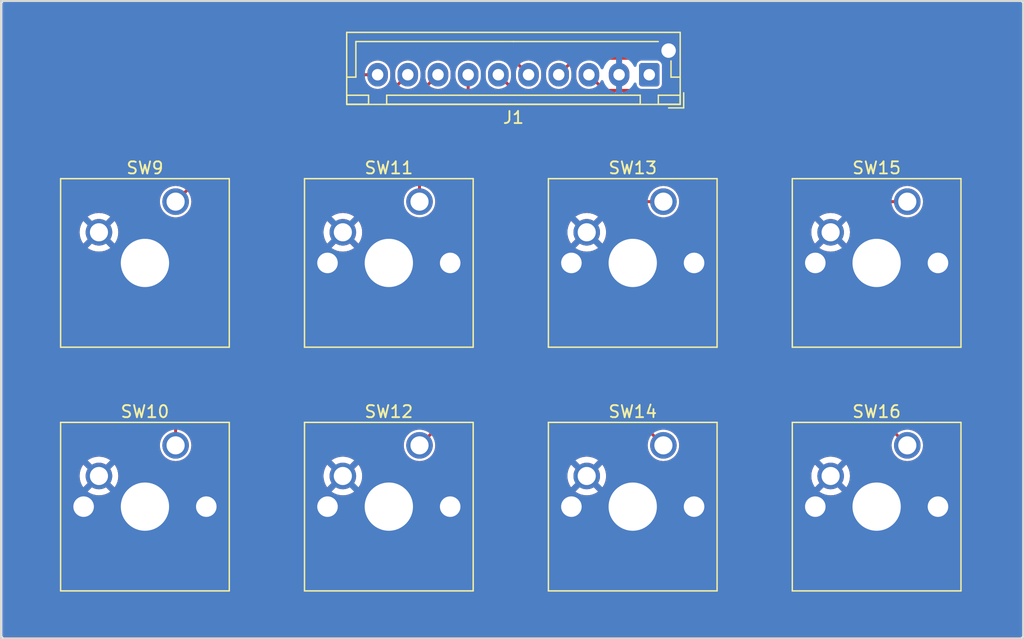
<source format=kicad_pcb>
(kicad_pcb (version 20221018) (generator pcbnew)
  (layers (0 "F.Cu" signal) (31 "B.Cu" signal) (34 "B.Paste" user) (35 "F.Paste" user) (36 "B.SilkS" user "B.Silkscreen") (37 "F.SilkS" user "F.Silkscreen") (38 "B.Mask" user) (39 "F.Mask" user) (44 "Edge.Cuts" user))
  (net 0 "")
  (net 1 "GND")
  (net 3 "Net-(J1-Pin_3)")
  (net 4 "Net-(J1-Pin_4)")
  (net 5 "Net-(J1-Pin_5)")
  (net 6 "Net-(J1-Pin_6)")
  (net 7 "Net-(J1-Pin_7)")
  (net 8 "Net-(J1-Pin_8)")
  (net 9 "Net-(J1-Pin_9)")
  (net 10 "Net-(J1-Pin_10)")
  (footprint "Button_Switch_Keyboard:SW_Cherry_MX_1.00u_Plate" (layer "F.Cu") (at 119.695 86.82)
    (fp_text reference "SW9" (at -2.54 -2.794) (layer "F.SilkS"))
    (fp_text value "Generic")
    (fp_line (start -9.525 -1.905) (end 4.445 -1.905) (stroke (width 0.12)) (layer "F.SilkS"))
    (fp_line (start -9.525 12.065) (end -9.525 -1.905) (stroke (width 0.12)) (layer "F.SilkS"))
    (fp_line (start 4.445 -1.905) (end 4.445 12.065) (stroke (width 0.12)) (layer "F.SilkS"))
    (fp_line (start 4.445 12.065) (end -9.525 12.065) (stroke (width 0.12)) (layer "F.SilkS"))
    (pad "" np_thru_hole circle (at -2.54 5.08) (size 4 4) (drill 4) (layers "*.Cu" "*.Mask"))
    (pad "1" thru_hole circle (at 0 0) (size 2.2 2.2) (drill 1.5) (layers "*.Cu" "*.Mask") (net 10 "Net-(J1-Pin_10)"))
    (pad "2" thru_hole circle (at -6.35 2.54) (size 2.2 2.2) (drill 1.5) (layers "*.Cu" "*.Mask") (net 1 "GND"))
  )
  (footprint "Button_Switch_Keyboard:SW_Cherry_MX_1.00u_PCB" (layer "F.Cu") (at 139.895 86.82)
    (fp_text reference "SW11" (at -2.54 -2.794) (layer "F.SilkS"))
    (fp_text value "Mode")
    (fp_line (start -9.525 -1.905) (end 4.445 -1.905) (stroke (width 0.12)) (layer "F.SilkS"))
    (fp_line (start -9.525 12.065) (end -9.525 -1.905) (stroke (width 0.12)) (layer "F.SilkS"))
    (fp_line (start 4.445 -1.905) (end 4.445 12.065) (stroke (width 0.12)) (layer "F.SilkS"))
    (fp_line (start 4.445 12.065) (end -9.525 12.065) (stroke (width 0.12)) (layer "F.SilkS"))
    (pad "" np_thru_hole circle (at -7.62 5.08) (size 1.7 1.7) (drill 1.7) (layers "*.Cu" "*.Mask"))
    (pad "" np_thru_hole circle (at -2.54 5.08) (size 4 4) (drill 4) (layers "*.Cu" "*.Mask"))
    (pad "" np_thru_hole circle (at 2.54 5.08) (size 1.7 1.7) (drill 1.7) (layers "*.Cu" "*.Mask"))
    (pad "1" thru_hole circle (at 0 0) (size 2.2 2.2) (drill 1.5) (layers "*.Cu" "*.Mask") (net 8 "Net-(J1-Pin_8)"))
    (pad "2" thru_hole circle (at -6.35 2.54) (size 2.2 2.2) (drill 1.5) (layers "*.Cu" "*.Mask") (net 1 "GND"))
  )
  (footprint "Button_Switch_Keyboard:SW_Cherry_MX_1.00u_PCB" (layer "F.Cu") (at 180.295 107.02)
    (fp_text reference "SW16" (at -2.54 -2.794) (layer "F.SilkS"))
    (fp_text value "On/Off")
    (fp_line (start -9.525 -1.905) (end 4.445 -1.905) (stroke (width 0.12)) (layer "F.SilkS"))
    (fp_line (start -9.525 12.065) (end -9.525 -1.905) (stroke (width 0.12)) (layer "F.SilkS"))
    (fp_line (start 4.445 -1.905) (end 4.445 12.065) (stroke (width 0.12)) (layer "F.SilkS"))
    (fp_line (start 4.445 12.065) (end -9.525 12.065) (stroke (width 0.12)) (layer "F.SilkS"))
    (pad "" np_thru_hole circle (at -7.62 5.08) (size 1.7 1.7) (drill 1.7) (layers "*.Cu" "*.Mask"))
    (pad "" np_thru_hole circle (at -2.54 5.08) (size 4 4) (drill 4) (layers "*.Cu" "*.Mask"))
    (pad "" np_thru_hole circle (at 2.54 5.08) (size 1.7 1.7) (drill 1.7) (layers "*.Cu" "*.Mask"))
    (pad "1" thru_hole circle (at 0 0) (size 2.2 2.2) (drill 1.5) (layers "*.Cu" "*.Mask") (net 3 "Net-(J1-Pin_3)"))
    (pad "2" thru_hole circle (at -6.35 2.54) (size 2.2 2.2) (drill 1.5) (layers "*.Cu" "*.Mask") (net 1 "GND"))
  )
  (footprint "Button_Switch_Keyboard:SW_Cherry_MX_1.00u_PCB" (layer "F.Cu") (at 119.695 107.02)
    (fp_text reference "SW10" (at -2.54 -2.794) (layer "F.SilkS"))
    (fp_text value "Split")
    (fp_line (start -9.525 -1.905) (end 4.445 -1.905) (stroke (width 0.12)) (layer "F.SilkS"))
    (fp_line (start -9.525 12.065) (end -9.525 -1.905) (stroke (width 0.12)) (layer "F.SilkS"))
    (fp_line (start 4.445 -1.905) (end 4.445 12.065) (stroke (width 0.12)) (layer "F.SilkS"))
    (fp_line (start 4.445 12.065) (end -9.525 12.065) (stroke (width 0.12)) (layer "F.SilkS"))
    (pad "" np_thru_hole circle (at -7.62 5.08) (size 1.7 1.7) (drill 1.7) (layers "*.Cu" "*.Mask"))
    (pad "" np_thru_hole circle (at -2.54 5.08) (size 4 4) (drill 4) (layers "*.Cu" "*.Mask"))
    (pad "" np_thru_hole circle (at 2.54 5.08) (size 1.7 1.7) (drill 1.7) (layers "*.Cu" "*.Mask"))
    (pad "1" thru_hole circle (at 0 0) (size 2.2 2.2) (drill 1.5) (layers "*.Cu" "*.Mask") (net 9 "Net-(J1-Pin_9)"))
    (pad "2" thru_hole circle (at -6.35 2.54) (size 2.2 2.2) (drill 1.5) (layers "*.Cu" "*.Mask") (net 1 "GND"))
  )
  (footprint "Connector_JST:JST_XH_B10B-XH-AM_1x10_P2.50mm_Vertical" (layer "F.Cu") (at 158.925 76.3 180)
    (fp_text reference "J1" (at 11.25 -3.55) (layer "F.SilkS"))
    (fp_text value "Switches")
    (fp_line (start -2.85 -2.75) (end -2.85 -1.5) (stroke (width 0.12)) (layer "F.SilkS"))
    (fp_line (start -2.56 -2.46) (end -2.56 3.51) (stroke (width 0.12)) (layer "F.SilkS"))
    (fp_line (start -2.56 3.51) (end 25.06 3.51) (stroke (width 0.12)) (layer "F.SilkS"))
    (fp_line (start -2.55 -2.45) (end -2.55 -1.7) (stroke (width 0.12)) (layer "F.SilkS"))
    (fp_line (start -2.55 -1.7) (end -0.75 -1.7) (stroke (width 0.12)) (layer "F.SilkS"))
    (fp_line (start -2.55 -0.2) (end -1.8 -0.2) (stroke (width 0.12)) (layer "F.SilkS"))
    (fp_line (start -1.8 -0.2) (end -1.8 1.14) (stroke (width 0.12)) (layer "F.SilkS"))
    (fp_line (start -1.6 -2.75) (end -2.85 -2.75) (stroke (width 0.12)) (layer "F.SilkS"))
    (fp_line (start -0.75 -2.45) (end -2.55 -2.45) (stroke (width 0.12)) (layer "F.SilkS"))
    (fp_line (start -0.75 -1.7) (end -0.75 -2.45) (stroke (width 0.12)) (layer "F.SilkS"))
    (fp_line (start 0.75 -2.45) (end 0.75 -1.7) (stroke (width 0.12)) (layer "F.SilkS"))
    (fp_line (start 0.75 -1.7) (end 21.75 -1.7) (stroke (width 0.12)) (layer "F.SilkS"))
    (fp_line (start 11.25 2.75) (end -0.74 2.75) (stroke (width 0.12)) (layer "F.SilkS"))
    (fp_line (start 21.75 -2.45) (end 0.75 -2.45) (stroke (width 0.12)) (layer "F.SilkS"))
    (fp_line (start 21.75 -1.7) (end 21.75 -2.45) (stroke (width 0.12)) (layer "F.SilkS"))
    (fp_line (start 23.25 -2.45) (end 23.25 -1.7) (stroke (width 0.12)) (layer "F.SilkS"))
    (fp_line (start 23.25 -1.7) (end 25.05 -1.7) (stroke (width 0.12)) (layer "F.SilkS"))
    (fp_line (start 24.3 -0.2) (end 24.3 2.75) (stroke (width 0.12)) (layer "F.SilkS"))
    (fp_line (start 24.3 2.75) (end 11.25 2.75) (stroke (width 0.12)) (layer "F.SilkS"))
    (fp_line (start 25.05 -2.45) (end 23.25 -2.45) (stroke (width 0.12)) (layer "F.SilkS"))
    (fp_line (start 25.05 -1.7) (end 25.05 -2.45) (stroke (width 0.12)) (layer "F.SilkS"))
    (fp_line (start 25.05 -0.2) (end 24.3 -0.2) (stroke (width 0.12)) (layer "F.SilkS"))
    (fp_line (start 25.06 -2.46) (end -2.56 -2.46) (stroke (width 0.12)) (layer "F.SilkS"))
    (fp_line (start 25.06 3.51) (end 25.06 -2.46) (stroke (width 0.12)) (layer "F.SilkS"))
    (pad "" np_thru_hole circle (at -1.6 2 180) (size 1.2 1.2) (drill 1.2) (layers "*.Cu" "*.Mask"))
    (pad "1" thru_hole roundrect (at 0 0 180) (size 1.7 1.95) (drill 0.95) (layers "*.Cu" "*.Mask") (roundrect_rratio 0.147059))
    (pad "2" thru_hole oval (at 2.5 0 180) (size 1.7 1.95) (drill 0.95) (layers "*.Cu" "*.Mask") (net 1 "GND"))
    (pad "3" thru_hole oval (at 5 0 180) (size 1.7 1.95) (drill 0.95) (layers "*.Cu" "*.Mask") (net 3 "Net-(J1-Pin_3)"))
    (pad "4" thru_hole oval (at 7.5 0 180) (size 1.7 1.95) (drill 0.95) (layers "*.Cu" "*.Mask") (net 4 "Net-(J1-Pin_4)"))
    (pad "5" thru_hole oval (at 10 0 180) (size 1.7 1.95) (drill 0.95) (layers "*.Cu" "*.Mask") (net 5 "Net-(J1-Pin_5)"))
    (pad "6" thru_hole oval (at 12.5 0 180) (size 1.7 1.95) (drill 0.95) (layers "*.Cu" "*.Mask") (net 6 "Net-(J1-Pin_6)"))
    (pad "7" thru_hole oval (at 15 0 180) (size 1.7 1.95) (drill 0.95) (layers "*.Cu" "*.Mask") (net 7 "Net-(J1-Pin_7)"))
    (pad "8" thru_hole oval (at 17.5 0 180) (size 1.7 1.95) (drill 0.95) (layers "*.Cu" "*.Mask") (net 8 "Net-(J1-Pin_8)"))
    (pad "9" thru_hole oval (at 20 0 180) (size 1.7 1.95) (drill 0.95) (layers "*.Cu" "*.Mask") (net 9 "Net-(J1-Pin_9)"))
    (pad "10" thru_hole oval (at 22.5 0 180) (size 1.7 1.95) (drill 0.95) (layers "*.Cu" "*.Mask") (net 10 "Net-(J1-Pin_10)"))
  )
  (footprint "Button_Switch_Keyboard:SW_Cherry_MX_1.00u_PCB" (layer "F.Cu") (at 160.095 107.02)
    (fp_text reference "SW14" (at -2.54 -2.794) (layer "F.SilkS"))
    (fp_text value "Rit")
    (fp_line (start -9.525 -1.905) (end 4.445 -1.905) (stroke (width 0.12)) (layer "F.SilkS"))
    (fp_line (start -9.525 12.065) (end -9.525 -1.905) (stroke (width 0.12)) (layer "F.SilkS"))
    (fp_line (start 4.445 -1.905) (end 4.445 12.065) (stroke (width 0.12)) (layer "F.SilkS"))
    (fp_line (start 4.445 12.065) (end -9.525 12.065) (stroke (width 0.12)) (layer "F.SilkS"))
    (pad "" np_thru_hole circle (at -7.62 5.08) (size 1.7 1.7) (drill 1.7) (layers "*.Cu" "*.Mask"))
    (pad "" np_thru_hole circle (at -2.54 5.08) (size 4 4) (drill 4) (layers "*.Cu" "*.Mask"))
    (pad "" np_thru_hole circle (at 2.54 5.08) (size 1.7 1.7) (drill 1.7) (layers "*.Cu" "*.Mask"))
    (pad "1" thru_hole circle (at 0 0) (size 2.2 2.2) (drill 1.5) (layers "*.Cu" "*.Mask") (net 5 "Net-(J1-Pin_5)"))
    (pad "2" thru_hole circle (at -6.35 2.54) (size 2.2 2.2) (drill 1.5) (layers "*.Cu" "*.Mask") (net 1 "GND"))
  )
  (footprint "Button_Switch_Keyboard:SW_Cherry_MX_1.00u_PCB" (layer "F.Cu") (at 160.095 86.82)
    (fp_text reference "SW13" (at -2.54 -2.794) (layer "F.SilkS"))
    (fp_text value "Cycle Memory")
    (fp_line (start -9.525 -1.905) (end 4.445 -1.905) (stroke (width 0.12)) (layer "F.SilkS"))
    (fp_line (start -9.525 12.065) (end -9.525 -1.905) (stroke (width 0.12)) (layer "F.SilkS"))
    (fp_line (start 4.445 -1.905) (end 4.445 12.065) (stroke (width 0.12)) (layer "F.SilkS"))
    (fp_line (start 4.445 12.065) (end -9.525 12.065) (stroke (width 0.12)) (layer "F.SilkS"))
    (pad "" np_thru_hole circle (at -7.62 5.08) (size 1.7 1.7) (drill 1.7) (layers "*.Cu" "*.Mask"))
    (pad "" np_thru_hole circle (at -2.54 5.08) (size 4 4) (drill 4) (layers "*.Cu" "*.Mask"))
    (pad "" np_thru_hole circle (at 2.54 5.08) (size 1.7 1.7) (drill 1.7) (layers "*.Cu" "*.Mask"))
    (pad "1" thru_hole circle (at 0 0) (size 2.2 2.2) (drill 1.5) (layers "*.Cu" "*.Mask") (net 6 "Net-(J1-Pin_6)"))
    (pad "2" thru_hole circle (at -6.35 2.54) (size 2.2 2.2) (drill 1.5) (layers "*.Cu" "*.Mask") (net 1 "GND"))
  )
  (footprint "Button_Switch_Keyboard:SW_Cherry_MX_1.00u_PCB" (layer "F.Cu") (at 180.295 86.82)
    (fp_text reference "SW15" (at -2.54 -2.794) (layer "F.SilkS"))
    (fp_text value "Band")
    (fp_line (start -9.525 -1.905) (end 4.445 -1.905) (stroke (width 0.12)) (layer "F.SilkS"))
    (fp_line (start -9.525 12.065) (end -9.525 -1.905) (stroke (width 0.12)) (layer "F.SilkS"))
    (fp_line (start 4.445 -1.905) (end 4.445 12.065) (stroke (width 0.12)) (layer "F.SilkS"))
    (fp_line (start 4.445 12.065) (end -9.525 12.065) (stroke (width 0.12)) (layer "F.SilkS"))
    (pad "" np_thru_hole circle (at -7.62 5.08) (size 1.7 1.7) (drill 1.7) (layers "*.Cu" "*.Mask"))
    (pad "" np_thru_hole circle (at -2.54 5.08) (size 4 4) (drill 4) (layers "*.Cu" "*.Mask"))
    (pad "" np_thru_hole circle (at 2.54 5.08) (size 1.7 1.7) (drill 1.7) (layers "*.Cu" "*.Mask"))
    (pad "1" thru_hole circle (at 0 0) (size 2.2 2.2) (drill 1.5) (layers "*.Cu" "*.Mask") (net 4 "Net-(J1-Pin_4)"))
    (pad "2" thru_hole circle (at -6.35 2.54) (size 2.2 2.2) (drill 1.5) (layers "*.Cu" "*.Mask") (net 1 "GND"))
  )
  (footprint "Button_Switch_Keyboard:SW_Cherry_MX_1.00u_PCB" (layer "F.Cu") (at 139.895 107.02)
    (fp_text reference "SW12" (at -2.54 -2.794) (layer "F.SilkS"))
    (fp_text value "Xit")
    (fp_line (start -9.525 -1.905) (end 4.445 -1.905) (stroke (width 0.12)) (layer "F.SilkS"))
    (fp_line (start -9.525 12.065) (end -9.525 -1.905) (stroke (width 0.12)) (layer "F.SilkS"))
    (fp_line (start 4.445 -1.905) (end 4.445 12.065) (stroke (width 0.12)) (layer "F.SilkS"))
    (fp_line (start 4.445 12.065) (end -9.525 12.065) (stroke (width 0.12)) (layer "F.SilkS"))
    (pad "" np_thru_hole circle (at -7.62 5.08) (size 1.7 1.7) (drill 1.7) (layers "*.Cu" "*.Mask"))
    (pad "" np_thru_hole circle (at -2.54 5.08) (size 4 4) (drill 4) (layers "*.Cu" "*.Mask"))
    (pad "" np_thru_hole circle (at 2.54 5.08) (size 1.7 1.7) (drill 1.7) (layers "*.Cu" "*.Mask"))
    (pad "1" thru_hole circle (at 0 0) (size 2.2 2.2) (drill 1.5) (layers "*.Cu" "*.Mask") (net 7 "Net-(J1-Pin_7)"))
    (pad "2" thru_hole circle (at -6.35 2.54) (size 2.2 2.2) (drill 1.5) (layers "*.Cu" "*.Mask") (net 1 "GND"))
  )
  (gr_rect (start 105.225 70.18125) (end 189.9 123.01875) (stroke (width 0.15)) (fill none) (layer "Edge.Cuts"))
  (segment (start 155.225 77.6) (end 158.9 77.6) (width 0.25) (layer "F.Cu") (net 3))
  (segment (start 158.9 77.6) (end 166.695 85.395) (width 0.25) (layer "F.Cu") (net 3))
  (segment (start 166.695 93.42) (end 180.295 107.02) (width 0.25) (layer "F.Cu") (net 3))
  (segment (start 166.695 85.395) (end 166.695 93.42) (width 0.25) (layer "F.Cu") (net 3))
  (segment (start 153.925 76.3) (end 155.225 77.6) (width 0.25) (layer "F.Cu") (net 3))
  (segment (start 151.425 76.3) (end 152.787347 74.937653) (width 0.25) (layer "F.Cu") (net 4))
  (segment (start 172.019695 86.82) (end 180.295 86.82) (width 0.25) (layer "F.Cu") (net 4))
  (segment (start 160.137348 74.937653) (end 172.019695 86.82) (width 0.25) (layer "F.Cu") (net 4))
  (segment (start 152.787347 74.937653) (end 160.137348 74.937653) (width 0.25) (layer "F.Cu") (net 4))
  (segment (start 145.25 75.65) (end 145.25 92.175) (width 0.25) (layer "F.Cu") (net 5))
  (segment (start 145.25 92.175) (end 160.095 107.02) (width 0.25) (layer "F.Cu") (net 5))
  (segment (start 148.925 76.3) (end 147.625 75) (width 0.25) (layer "F.Cu") (net 5))
  (segment (start 147.625 75) (end 145.9 75) (width 0.25) (layer "F.Cu") (net 5))
  (segment (start 145.9 75) (end 145.25 75.65) (width 0.25) (layer "F.Cu") (net 5))
  (segment (start 146.425 76.3) (end 156.945 86.82) (width 0.25) (layer "F.Cu") (net 6))
  (segment (start 156.945 86.82) (end 160.095 86.82) (width 0.25) (layer "F.Cu") (net 6))
  (segment (start 143.925 102.99) (end 139.895 107.02) (width 0.25) (layer "F.Cu") (net 7))
  (segment (start 143.925 76.3) (end 143.925 102.99) (width 0.25) (layer "F.Cu") (net 7))
  (segment (start 139.895 77.83) (end 141.425 76.3) (width 0.25) (layer "F.Cu") (net 8))
  (segment (start 139.895 86.82) (end 139.895 77.83) (width 0.25) (layer "F.Cu") (net 8))
  (segment (start 119.695 95.53) (end 138.925 76.3) (width 0.25) (layer "F.Cu") (net 9))
  (segment (start 119.695 107.02) (end 119.695 95.53) (width 0.25) (layer "F.Cu") (net 9))
  (segment (start 136.425 76.3) (end 130.215 76.3) (width 0.25) (layer "F.Cu") (net 10))
  (segment (start 130.215 76.3) (end 119.695 86.82) (width 0.25) (layer "F.Cu") (net 10))
  (zone (net 1) (net_name "GND") (layers "F&B.Cu") (connect_pads (clearance 0)) (min_thickness 0.25) (fill yes (thermal_gap 0.5) (thermal_bridge_width 0.5))
    (polygon (pts (xy 105.35 122.925) (xy 189.8 122.925) (xy 189.8 70.275) (xy 105.35 70.275)))
  )
)
</source>
